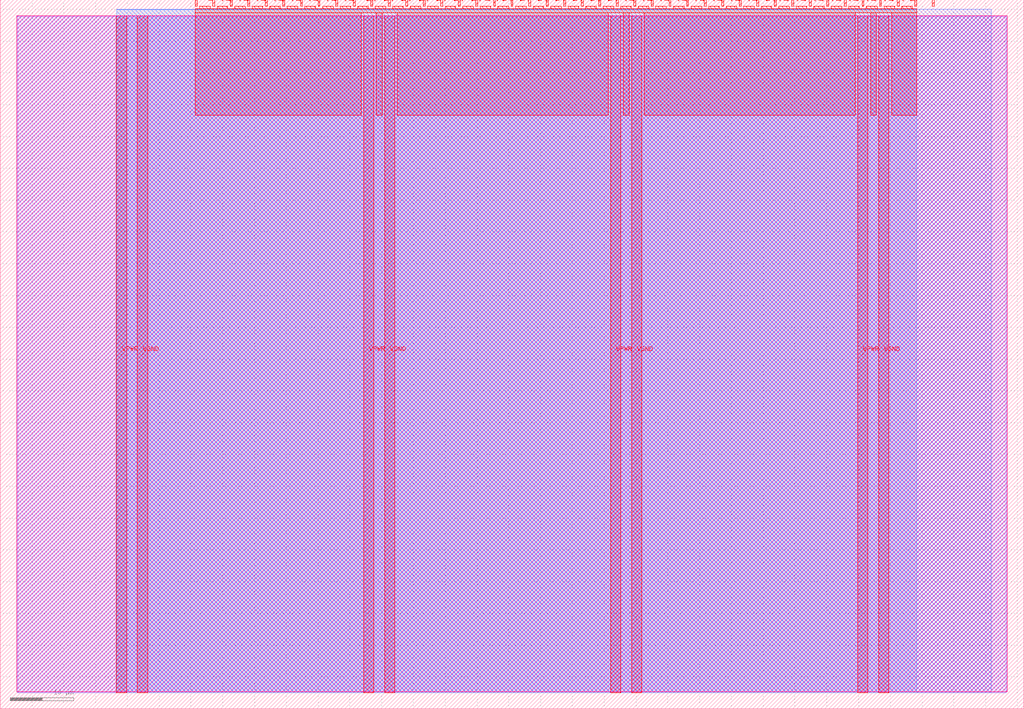
<source format=lef>
VERSION 5.7 ;
  NOWIREEXTENSIONATPIN ON ;
  DIVIDERCHAR "/" ;
  BUSBITCHARS "[]" ;
MACRO tt_um_wokwi_414122607025630209
  CLASS BLOCK ;
  FOREIGN tt_um_wokwi_414122607025630209 ;
  ORIGIN 0.000 0.000 ;
  SIZE 161.000 BY 111.520 ;
  PIN VGND
    DIRECTION INOUT ;
    USE GROUND ;
    PORT
      LAYER met4 ;
        RECT 21.580 2.480 23.180 109.040 ;
    END
    PORT
      LAYER met4 ;
        RECT 60.450 2.480 62.050 109.040 ;
    END
    PORT
      LAYER met4 ;
        RECT 99.320 2.480 100.920 109.040 ;
    END
    PORT
      LAYER met4 ;
        RECT 138.190 2.480 139.790 109.040 ;
    END
  END VGND
  PIN VPWR
    DIRECTION INOUT ;
    USE POWER ;
    PORT
      LAYER met4 ;
        RECT 18.280 2.480 19.880 109.040 ;
    END
    PORT
      LAYER met4 ;
        RECT 57.150 2.480 58.750 109.040 ;
    END
    PORT
      LAYER met4 ;
        RECT 96.020 2.480 97.620 109.040 ;
    END
    PORT
      LAYER met4 ;
        RECT 134.890 2.480 136.490 109.040 ;
    END
  END VPWR
  PIN clk
    DIRECTION INPUT ;
    USE SIGNAL ;
    ANTENNAGATEAREA 0.852000 ;
    PORT
      LAYER met4 ;
        RECT 143.830 110.520 144.130 111.520 ;
    END
  END clk
  PIN ena
    DIRECTION INPUT ;
    USE SIGNAL ;
    PORT
      LAYER met4 ;
        RECT 146.590 110.520 146.890 111.520 ;
    END
  END ena
  PIN rst_n
    DIRECTION INPUT ;
    USE SIGNAL ;
    PORT
      LAYER met4 ;
        RECT 141.070 110.520 141.370 111.520 ;
    END
  END rst_n
  PIN ui_in[0]
    DIRECTION INPUT ;
    USE SIGNAL ;
    PORT
      LAYER met4 ;
        RECT 138.310 110.520 138.610 111.520 ;
    END
  END ui_in[0]
  PIN ui_in[1]
    DIRECTION INPUT ;
    USE SIGNAL ;
    PORT
      LAYER met4 ;
        RECT 135.550 110.520 135.850 111.520 ;
    END
  END ui_in[1]
  PIN ui_in[2]
    DIRECTION INPUT ;
    USE SIGNAL ;
    PORT
      LAYER met4 ;
        RECT 132.790 110.520 133.090 111.520 ;
    END
  END ui_in[2]
  PIN ui_in[3]
    DIRECTION INPUT ;
    USE SIGNAL ;
    PORT
      LAYER met4 ;
        RECT 130.030 110.520 130.330 111.520 ;
    END
  END ui_in[3]
  PIN ui_in[4]
    DIRECTION INPUT ;
    USE SIGNAL ;
    PORT
      LAYER met4 ;
        RECT 127.270 110.520 127.570 111.520 ;
    END
  END ui_in[4]
  PIN ui_in[5]
    DIRECTION INPUT ;
    USE SIGNAL ;
    PORT
      LAYER met4 ;
        RECT 124.510 110.520 124.810 111.520 ;
    END
  END ui_in[5]
  PIN ui_in[6]
    DIRECTION INPUT ;
    USE SIGNAL ;
    ANTENNAGATEAREA 0.196500 ;
    PORT
      LAYER met4 ;
        RECT 121.750 110.520 122.050 111.520 ;
    END
  END ui_in[6]
  PIN ui_in[7]
    DIRECTION INPUT ;
    USE SIGNAL ;
    ANTENNAGATEAREA 0.196500 ;
    PORT
      LAYER met4 ;
        RECT 118.990 110.520 119.290 111.520 ;
    END
  END ui_in[7]
  PIN uio_in[0]
    DIRECTION INPUT ;
    USE SIGNAL ;
    PORT
      LAYER met4 ;
        RECT 116.230 110.520 116.530 111.520 ;
    END
  END uio_in[0]
  PIN uio_in[1]
    DIRECTION INPUT ;
    USE SIGNAL ;
    PORT
      LAYER met4 ;
        RECT 113.470 110.520 113.770 111.520 ;
    END
  END uio_in[1]
  PIN uio_in[2]
    DIRECTION INPUT ;
    USE SIGNAL ;
    PORT
      LAYER met4 ;
        RECT 110.710 110.520 111.010 111.520 ;
    END
  END uio_in[2]
  PIN uio_in[3]
    DIRECTION INPUT ;
    USE SIGNAL ;
    PORT
      LAYER met4 ;
        RECT 107.950 110.520 108.250 111.520 ;
    END
  END uio_in[3]
  PIN uio_in[4]
    DIRECTION INPUT ;
    USE SIGNAL ;
    PORT
      LAYER met4 ;
        RECT 105.190 110.520 105.490 111.520 ;
    END
  END uio_in[4]
  PIN uio_in[5]
    DIRECTION INPUT ;
    USE SIGNAL ;
    PORT
      LAYER met4 ;
        RECT 102.430 110.520 102.730 111.520 ;
    END
  END uio_in[5]
  PIN uio_in[6]
    DIRECTION INPUT ;
    USE SIGNAL ;
    PORT
      LAYER met4 ;
        RECT 99.670 110.520 99.970 111.520 ;
    END
  END uio_in[6]
  PIN uio_in[7]
    DIRECTION INPUT ;
    USE SIGNAL ;
    PORT
      LAYER met4 ;
        RECT 96.910 110.520 97.210 111.520 ;
    END
  END uio_in[7]
  PIN uio_oe[0]
    DIRECTION OUTPUT ;
    USE SIGNAL ;
    PORT
      LAYER met4 ;
        RECT 49.990 110.520 50.290 111.520 ;
    END
  END uio_oe[0]
  PIN uio_oe[1]
    DIRECTION OUTPUT ;
    USE SIGNAL ;
    PORT
      LAYER met4 ;
        RECT 47.230 110.520 47.530 111.520 ;
    END
  END uio_oe[1]
  PIN uio_oe[2]
    DIRECTION OUTPUT ;
    USE SIGNAL ;
    PORT
      LAYER met4 ;
        RECT 44.470 110.520 44.770 111.520 ;
    END
  END uio_oe[2]
  PIN uio_oe[3]
    DIRECTION OUTPUT ;
    USE SIGNAL ;
    PORT
      LAYER met4 ;
        RECT 41.710 110.520 42.010 111.520 ;
    END
  END uio_oe[3]
  PIN uio_oe[4]
    DIRECTION OUTPUT ;
    USE SIGNAL ;
    PORT
      LAYER met4 ;
        RECT 38.950 110.520 39.250 111.520 ;
    END
  END uio_oe[4]
  PIN uio_oe[5]
    DIRECTION OUTPUT ;
    USE SIGNAL ;
    PORT
      LAYER met4 ;
        RECT 36.190 110.520 36.490 111.520 ;
    END
  END uio_oe[5]
  PIN uio_oe[6]
    DIRECTION OUTPUT ;
    USE SIGNAL ;
    PORT
      LAYER met4 ;
        RECT 33.430 110.520 33.730 111.520 ;
    END
  END uio_oe[6]
  PIN uio_oe[7]
    DIRECTION OUTPUT ;
    USE SIGNAL ;
    PORT
      LAYER met4 ;
        RECT 30.670 110.520 30.970 111.520 ;
    END
  END uio_oe[7]
  PIN uio_out[0]
    DIRECTION OUTPUT ;
    USE SIGNAL ;
    PORT
      LAYER met4 ;
        RECT 72.070 110.520 72.370 111.520 ;
    END
  END uio_out[0]
  PIN uio_out[1]
    DIRECTION OUTPUT ;
    USE SIGNAL ;
    PORT
      LAYER met4 ;
        RECT 69.310 110.520 69.610 111.520 ;
    END
  END uio_out[1]
  PIN uio_out[2]
    DIRECTION OUTPUT ;
    USE SIGNAL ;
    PORT
      LAYER met4 ;
        RECT 66.550 110.520 66.850 111.520 ;
    END
  END uio_out[2]
  PIN uio_out[3]
    DIRECTION OUTPUT ;
    USE SIGNAL ;
    PORT
      LAYER met4 ;
        RECT 63.790 110.520 64.090 111.520 ;
    END
  END uio_out[3]
  PIN uio_out[4]
    DIRECTION OUTPUT ;
    USE SIGNAL ;
    PORT
      LAYER met4 ;
        RECT 61.030 110.520 61.330 111.520 ;
    END
  END uio_out[4]
  PIN uio_out[5]
    DIRECTION OUTPUT ;
    USE SIGNAL ;
    PORT
      LAYER met4 ;
        RECT 58.270 110.520 58.570 111.520 ;
    END
  END uio_out[5]
  PIN uio_out[6]
    DIRECTION OUTPUT ;
    USE SIGNAL ;
    PORT
      LAYER met4 ;
        RECT 55.510 110.520 55.810 111.520 ;
    END
  END uio_out[6]
  PIN uio_out[7]
    DIRECTION OUTPUT ;
    USE SIGNAL ;
    PORT
      LAYER met4 ;
        RECT 52.750 110.520 53.050 111.520 ;
    END
  END uio_out[7]
  PIN uo_out[0]
    DIRECTION OUTPUT ;
    USE SIGNAL ;
    ANTENNADIFFAREA 0.445500 ;
    PORT
      LAYER met4 ;
        RECT 94.150 110.520 94.450 111.520 ;
    END
  END uo_out[0]
  PIN uo_out[1]
    DIRECTION OUTPUT ;
    USE SIGNAL ;
    ANTENNADIFFAREA 0.445500 ;
    PORT
      LAYER met4 ;
        RECT 91.390 110.520 91.690 111.520 ;
    END
  END uo_out[1]
  PIN uo_out[2]
    DIRECTION OUTPUT ;
    USE SIGNAL ;
    PORT
      LAYER met4 ;
        RECT 88.630 110.520 88.930 111.520 ;
    END
  END uo_out[2]
  PIN uo_out[3]
    DIRECTION OUTPUT ;
    USE SIGNAL ;
    PORT
      LAYER met4 ;
        RECT 85.870 110.520 86.170 111.520 ;
    END
  END uo_out[3]
  PIN uo_out[4]
    DIRECTION OUTPUT ;
    USE SIGNAL ;
    PORT
      LAYER met4 ;
        RECT 83.110 110.520 83.410 111.520 ;
    END
  END uo_out[4]
  PIN uo_out[5]
    DIRECTION OUTPUT ;
    USE SIGNAL ;
    PORT
      LAYER met4 ;
        RECT 80.350 110.520 80.650 111.520 ;
    END
  END uo_out[5]
  PIN uo_out[6]
    DIRECTION OUTPUT ;
    USE SIGNAL ;
    PORT
      LAYER met4 ;
        RECT 77.590 110.520 77.890 111.520 ;
    END
  END uo_out[6]
  PIN uo_out[7]
    DIRECTION OUTPUT ;
    USE SIGNAL ;
    ANTENNADIFFAREA 0.445500 ;
    PORT
      LAYER met4 ;
        RECT 74.830 110.520 75.130 111.520 ;
    END
  END uo_out[7]
  OBS
      LAYER nwell ;
        RECT 2.570 2.635 158.430 108.990 ;
      LAYER li1 ;
        RECT 2.760 2.635 158.240 108.885 ;
      LAYER met1 ;
        RECT 2.760 2.480 158.240 109.040 ;
      LAYER met2 ;
        RECT 18.310 2.535 155.840 110.005 ;
      LAYER met3 ;
        RECT 18.290 2.555 144.170 109.985 ;
      LAYER met4 ;
        RECT 31.370 110.120 33.030 110.520 ;
        RECT 34.130 110.120 35.790 110.520 ;
        RECT 36.890 110.120 38.550 110.520 ;
        RECT 39.650 110.120 41.310 110.520 ;
        RECT 42.410 110.120 44.070 110.520 ;
        RECT 45.170 110.120 46.830 110.520 ;
        RECT 47.930 110.120 49.590 110.520 ;
        RECT 50.690 110.120 52.350 110.520 ;
        RECT 53.450 110.120 55.110 110.520 ;
        RECT 56.210 110.120 57.870 110.520 ;
        RECT 58.970 110.120 60.630 110.520 ;
        RECT 61.730 110.120 63.390 110.520 ;
        RECT 64.490 110.120 66.150 110.520 ;
        RECT 67.250 110.120 68.910 110.520 ;
        RECT 70.010 110.120 71.670 110.520 ;
        RECT 72.770 110.120 74.430 110.520 ;
        RECT 75.530 110.120 77.190 110.520 ;
        RECT 78.290 110.120 79.950 110.520 ;
        RECT 81.050 110.120 82.710 110.520 ;
        RECT 83.810 110.120 85.470 110.520 ;
        RECT 86.570 110.120 88.230 110.520 ;
        RECT 89.330 110.120 90.990 110.520 ;
        RECT 92.090 110.120 93.750 110.520 ;
        RECT 94.850 110.120 96.510 110.520 ;
        RECT 97.610 110.120 99.270 110.520 ;
        RECT 100.370 110.120 102.030 110.520 ;
        RECT 103.130 110.120 104.790 110.520 ;
        RECT 105.890 110.120 107.550 110.520 ;
        RECT 108.650 110.120 110.310 110.520 ;
        RECT 111.410 110.120 113.070 110.520 ;
        RECT 114.170 110.120 115.830 110.520 ;
        RECT 116.930 110.120 118.590 110.520 ;
        RECT 119.690 110.120 121.350 110.520 ;
        RECT 122.450 110.120 124.110 110.520 ;
        RECT 125.210 110.120 126.870 110.520 ;
        RECT 127.970 110.120 129.630 110.520 ;
        RECT 130.730 110.120 132.390 110.520 ;
        RECT 133.490 110.120 135.150 110.520 ;
        RECT 136.250 110.120 137.910 110.520 ;
        RECT 139.010 110.120 140.670 110.520 ;
        RECT 141.770 110.120 143.430 110.520 ;
        RECT 30.655 109.440 144.145 110.120 ;
        RECT 30.655 93.335 56.750 109.440 ;
        RECT 59.150 93.335 60.050 109.440 ;
        RECT 62.450 93.335 95.620 109.440 ;
        RECT 98.020 93.335 98.920 109.440 ;
        RECT 101.320 93.335 134.490 109.440 ;
        RECT 136.890 93.335 137.790 109.440 ;
        RECT 140.190 93.335 144.145 109.440 ;
  END
END tt_um_wokwi_414122607025630209
END LIBRARY


</source>
